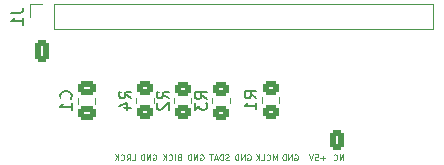
<source format=gbr>
%TF.GenerationSoftware,KiCad,Pcbnew,(6.0.1)*%
%TF.CreationDate,2022-07-02T18:05:27-07:00*%
%TF.ProjectId,mu100-dit-connector-board,6d753130-302d-4646-9974-2d636f6e6e65,rev?*%
%TF.SameCoordinates,Original*%
%TF.FileFunction,Legend,Bot*%
%TF.FilePolarity,Positive*%
%FSLAX46Y46*%
G04 Gerber Fmt 4.6, Leading zero omitted, Abs format (unit mm)*
G04 Created by KiCad (PCBNEW (6.0.1)) date 2022-07-02 18:05:27*
%MOMM*%
%LPD*%
G01*
G04 APERTURE LIST*
G04 Aperture macros list*
%AMRoundRect*
0 Rectangle with rounded corners*
0 $1 Rounding radius*
0 $2 $3 $4 $5 $6 $7 $8 $9 X,Y pos of 4 corners*
0 Add a 4 corners polygon primitive as box body*
4,1,4,$2,$3,$4,$5,$6,$7,$8,$9,$2,$3,0*
0 Add four circle primitives for the rounded corners*
1,1,$1+$1,$2,$3*
1,1,$1+$1,$4,$5*
1,1,$1+$1,$6,$7*
1,1,$1+$1,$8,$9*
0 Add four rect primitives between the rounded corners*
20,1,$1+$1,$2,$3,$4,$5,0*
20,1,$1+$1,$4,$5,$6,$7,0*
20,1,$1+$1,$6,$7,$8,$9,0*
20,1,$1+$1,$8,$9,$2,$3,0*%
G04 Aperture macros list end*
%ADD10C,0.125000*%
%ADD11C,0.150000*%
%ADD12C,0.120000*%
%ADD13RoundRect,0.250000X0.350000X0.625000X-0.350000X0.625000X-0.350000X-0.625000X0.350000X-0.625000X0*%
%ADD14O,1.200000X1.750000*%
%ADD15RoundRect,0.250000X-0.350000X-0.650000X0.350000X-0.650000X0.350000X0.650000X-0.350000X0.650000X0*%
%ADD16O,1.200000X1.800000*%
%ADD17RoundRect,0.250000X-0.450000X0.350000X-0.450000X-0.350000X0.450000X-0.350000X0.450000X0.350000X0*%
%ADD18R,1.350000X1.350000*%
%ADD19O,1.350000X1.350000*%
%ADD20RoundRect,0.250000X-0.475000X0.337500X-0.475000X-0.337500X0.475000X-0.337500X0.475000X0.337500X0*%
%ADD21C,0.800000*%
G04 APERTURE END LIST*
D10*
X89642857Y-69935714D02*
X89261904Y-69935714D01*
X89452380Y-70126190D02*
X89452380Y-69745238D01*
X88785714Y-69626190D02*
X89023809Y-69626190D01*
X89047619Y-69864285D01*
X89023809Y-69840476D01*
X88976190Y-69816666D01*
X88857142Y-69816666D01*
X88809523Y-69840476D01*
X88785714Y-69864285D01*
X88761904Y-69911904D01*
X88761904Y-70030952D01*
X88785714Y-70078571D01*
X88809523Y-70102380D01*
X88857142Y-70126190D01*
X88976190Y-70126190D01*
X89023809Y-70102380D01*
X89047619Y-70078571D01*
X88619047Y-69626190D02*
X88452380Y-70126190D01*
X88285714Y-69626190D01*
X87080952Y-69650000D02*
X87128571Y-69626190D01*
X87200000Y-69626190D01*
X87271428Y-69650000D01*
X87319047Y-69697619D01*
X87342857Y-69745238D01*
X87366666Y-69840476D01*
X87366666Y-69911904D01*
X87342857Y-70007142D01*
X87319047Y-70054761D01*
X87271428Y-70102380D01*
X87200000Y-70126190D01*
X87152380Y-70126190D01*
X87080952Y-70102380D01*
X87057142Y-70078571D01*
X87057142Y-69911904D01*
X87152380Y-69911904D01*
X86842857Y-70126190D02*
X86842857Y-69626190D01*
X86557142Y-70126190D01*
X86557142Y-69626190D01*
X86319047Y-70126190D02*
X86319047Y-69626190D01*
X86200000Y-69626190D01*
X86128571Y-69650000D01*
X86080952Y-69697619D01*
X86057142Y-69745238D01*
X86033333Y-69840476D01*
X86033333Y-69911904D01*
X86057142Y-70007142D01*
X86080952Y-70054761D01*
X86128571Y-70102380D01*
X86200000Y-70126190D01*
X86319047Y-70126190D01*
X75080952Y-69650000D02*
X75128571Y-69626190D01*
X75200000Y-69626190D01*
X75271428Y-69650000D01*
X75319047Y-69697619D01*
X75342857Y-69745238D01*
X75366666Y-69840476D01*
X75366666Y-69911904D01*
X75342857Y-70007142D01*
X75319047Y-70054761D01*
X75271428Y-70102380D01*
X75200000Y-70126190D01*
X75152380Y-70126190D01*
X75080952Y-70102380D01*
X75057142Y-70078571D01*
X75057142Y-69911904D01*
X75152380Y-69911904D01*
X74842857Y-70126190D02*
X74842857Y-69626190D01*
X74557142Y-70126190D01*
X74557142Y-69626190D01*
X74319047Y-70126190D02*
X74319047Y-69626190D01*
X74200000Y-69626190D01*
X74128571Y-69650000D01*
X74080952Y-69697619D01*
X74057142Y-69745238D01*
X74033333Y-69840476D01*
X74033333Y-69911904D01*
X74057142Y-70007142D01*
X74080952Y-70054761D01*
X74128571Y-70102380D01*
X74200000Y-70126190D01*
X74319047Y-70126190D01*
X73295238Y-70126190D02*
X73533333Y-70126190D01*
X73533333Y-69626190D01*
X72842857Y-70126190D02*
X73009523Y-69888095D01*
X73128571Y-70126190D02*
X73128571Y-69626190D01*
X72938095Y-69626190D01*
X72890476Y-69650000D01*
X72866666Y-69673809D01*
X72842857Y-69721428D01*
X72842857Y-69792857D01*
X72866666Y-69840476D01*
X72890476Y-69864285D01*
X72938095Y-69888095D01*
X73128571Y-69888095D01*
X72342857Y-70078571D02*
X72366666Y-70102380D01*
X72438095Y-70126190D01*
X72485714Y-70126190D01*
X72557142Y-70102380D01*
X72604761Y-70054761D01*
X72628571Y-70007142D01*
X72652380Y-69911904D01*
X72652380Y-69840476D01*
X72628571Y-69745238D01*
X72604761Y-69697619D01*
X72557142Y-69650000D01*
X72485714Y-69626190D01*
X72438095Y-69626190D01*
X72366666Y-69650000D01*
X72342857Y-69673809D01*
X72128571Y-70126190D02*
X72128571Y-69626190D01*
X71842857Y-70126190D02*
X72057142Y-69840476D01*
X71842857Y-69626190D02*
X72128571Y-69911904D01*
X79080952Y-69650000D02*
X79128571Y-69626190D01*
X79200000Y-69626190D01*
X79271428Y-69650000D01*
X79319047Y-69697619D01*
X79342857Y-69745238D01*
X79366666Y-69840476D01*
X79366666Y-69911904D01*
X79342857Y-70007142D01*
X79319047Y-70054761D01*
X79271428Y-70102380D01*
X79200000Y-70126190D01*
X79152380Y-70126190D01*
X79080952Y-70102380D01*
X79057142Y-70078571D01*
X79057142Y-69911904D01*
X79152380Y-69911904D01*
X78842857Y-70126190D02*
X78842857Y-69626190D01*
X78557142Y-70126190D01*
X78557142Y-69626190D01*
X78319047Y-70126190D02*
X78319047Y-69626190D01*
X78200000Y-69626190D01*
X78128571Y-69650000D01*
X78080952Y-69697619D01*
X78057142Y-69745238D01*
X78033333Y-69840476D01*
X78033333Y-69911904D01*
X78057142Y-70007142D01*
X78080952Y-70054761D01*
X78128571Y-70102380D01*
X78200000Y-70126190D01*
X78319047Y-70126190D01*
X85569047Y-70126190D02*
X85569047Y-69626190D01*
X85402380Y-69983333D01*
X85235714Y-69626190D01*
X85235714Y-70126190D01*
X84711904Y-70078571D02*
X84735714Y-70102380D01*
X84807142Y-70126190D01*
X84854761Y-70126190D01*
X84926190Y-70102380D01*
X84973809Y-70054761D01*
X84997619Y-70007142D01*
X85021428Y-69911904D01*
X85021428Y-69840476D01*
X84997619Y-69745238D01*
X84973809Y-69697619D01*
X84926190Y-69650000D01*
X84854761Y-69626190D01*
X84807142Y-69626190D01*
X84735714Y-69650000D01*
X84711904Y-69673809D01*
X84259523Y-70126190D02*
X84497619Y-70126190D01*
X84497619Y-69626190D01*
X84092857Y-70126190D02*
X84092857Y-69626190D01*
X83807142Y-70126190D02*
X84021428Y-69840476D01*
X83807142Y-69626190D02*
X84092857Y-69911904D01*
X81497619Y-70102380D02*
X81426190Y-70126190D01*
X81307142Y-70126190D01*
X81259523Y-70102380D01*
X81235714Y-70078571D01*
X81211904Y-70030952D01*
X81211904Y-69983333D01*
X81235714Y-69935714D01*
X81259523Y-69911904D01*
X81307142Y-69888095D01*
X81402380Y-69864285D01*
X81450000Y-69840476D01*
X81473809Y-69816666D01*
X81497619Y-69769047D01*
X81497619Y-69721428D01*
X81473809Y-69673809D01*
X81450000Y-69650000D01*
X81402380Y-69626190D01*
X81283333Y-69626190D01*
X81211904Y-69650000D01*
X80997619Y-70126190D02*
X80997619Y-69626190D01*
X80878571Y-69626190D01*
X80807142Y-69650000D01*
X80759523Y-69697619D01*
X80735714Y-69745238D01*
X80711904Y-69840476D01*
X80711904Y-69911904D01*
X80735714Y-70007142D01*
X80759523Y-70054761D01*
X80807142Y-70102380D01*
X80878571Y-70126190D01*
X80997619Y-70126190D01*
X80521428Y-69983333D02*
X80283333Y-69983333D01*
X80569047Y-70126190D02*
X80402380Y-69626190D01*
X80235714Y-70126190D01*
X80140476Y-69626190D02*
X79854761Y-69626190D01*
X79997619Y-70126190D02*
X79997619Y-69626190D01*
X83080952Y-69650000D02*
X83128571Y-69626190D01*
X83200000Y-69626190D01*
X83271428Y-69650000D01*
X83319047Y-69697619D01*
X83342857Y-69745238D01*
X83366666Y-69840476D01*
X83366666Y-69911904D01*
X83342857Y-70007142D01*
X83319047Y-70054761D01*
X83271428Y-70102380D01*
X83200000Y-70126190D01*
X83152380Y-70126190D01*
X83080952Y-70102380D01*
X83057142Y-70078571D01*
X83057142Y-69911904D01*
X83152380Y-69911904D01*
X82842857Y-70126190D02*
X82842857Y-69626190D01*
X82557142Y-70126190D01*
X82557142Y-69626190D01*
X82319047Y-70126190D02*
X82319047Y-69626190D01*
X82200000Y-69626190D01*
X82128571Y-69650000D01*
X82080952Y-69697619D01*
X82057142Y-69745238D01*
X82033333Y-69840476D01*
X82033333Y-69911904D01*
X82057142Y-70007142D01*
X82080952Y-70054761D01*
X82128571Y-70102380D01*
X82200000Y-70126190D01*
X82319047Y-70126190D01*
X91192857Y-70126190D02*
X91192857Y-69626190D01*
X90907142Y-70126190D01*
X90907142Y-69626190D01*
X90383333Y-70078571D02*
X90407142Y-70102380D01*
X90478571Y-70126190D01*
X90526190Y-70126190D01*
X90597619Y-70102380D01*
X90645238Y-70054761D01*
X90669047Y-70007142D01*
X90692857Y-69911904D01*
X90692857Y-69840476D01*
X90669047Y-69745238D01*
X90645238Y-69697619D01*
X90597619Y-69650000D01*
X90526190Y-69626190D01*
X90478571Y-69626190D01*
X90407142Y-69650000D01*
X90383333Y-69673809D01*
X77283333Y-69864285D02*
X77211904Y-69888095D01*
X77188095Y-69911904D01*
X77164285Y-69959523D01*
X77164285Y-70030952D01*
X77188095Y-70078571D01*
X77211904Y-70102380D01*
X77259523Y-70126190D01*
X77450000Y-70126190D01*
X77450000Y-69626190D01*
X77283333Y-69626190D01*
X77235714Y-69650000D01*
X77211904Y-69673809D01*
X77188095Y-69721428D01*
X77188095Y-69769047D01*
X77211904Y-69816666D01*
X77235714Y-69840476D01*
X77283333Y-69864285D01*
X77450000Y-69864285D01*
X76950000Y-70126190D02*
X76950000Y-69626190D01*
X76426190Y-70078571D02*
X76450000Y-70102380D01*
X76521428Y-70126190D01*
X76569047Y-70126190D01*
X76640476Y-70102380D01*
X76688095Y-70054761D01*
X76711904Y-70007142D01*
X76735714Y-69911904D01*
X76735714Y-69840476D01*
X76711904Y-69745238D01*
X76688095Y-69697619D01*
X76640476Y-69650000D01*
X76569047Y-69626190D01*
X76521428Y-69626190D01*
X76450000Y-69650000D01*
X76426190Y-69673809D01*
X76211904Y-70126190D02*
X76211904Y-69626190D01*
X75926190Y-70126190D02*
X76140476Y-69840476D01*
X75926190Y-69626190D02*
X76211904Y-69911904D01*
D11*
%TO.C,R1*%
X83842380Y-64857333D02*
X83366190Y-64524000D01*
X83842380Y-64285904D02*
X82842380Y-64285904D01*
X82842380Y-64666857D01*
X82890000Y-64762095D01*
X82937619Y-64809714D01*
X83032857Y-64857333D01*
X83175714Y-64857333D01*
X83270952Y-64809714D01*
X83318571Y-64762095D01*
X83366190Y-64666857D01*
X83366190Y-64285904D01*
X83842380Y-65809714D02*
X83842380Y-65238285D01*
X83842380Y-65524000D02*
X82842380Y-65524000D01*
X82985238Y-65428761D01*
X83080476Y-65333523D01*
X83128095Y-65238285D01*
%TO.C,J1*%
X63102380Y-57636666D02*
X63816666Y-57636666D01*
X63959523Y-57589047D01*
X64054761Y-57493809D01*
X64102380Y-57350952D01*
X64102380Y-57255714D01*
X64102380Y-58636666D02*
X64102380Y-58065238D01*
X64102380Y-58350952D02*
X63102380Y-58350952D01*
X63245238Y-58255714D01*
X63340476Y-58160476D01*
X63388095Y-58065238D01*
%TO.C,R3*%
X79632380Y-64917333D02*
X79156190Y-64584000D01*
X79632380Y-64345904D02*
X78632380Y-64345904D01*
X78632380Y-64726857D01*
X78680000Y-64822095D01*
X78727619Y-64869714D01*
X78822857Y-64917333D01*
X78965714Y-64917333D01*
X79060952Y-64869714D01*
X79108571Y-64822095D01*
X79156190Y-64726857D01*
X79156190Y-64345904D01*
X78632380Y-65250666D02*
X78632380Y-65869714D01*
X79013333Y-65536380D01*
X79013333Y-65679238D01*
X79060952Y-65774476D01*
X79108571Y-65822095D01*
X79203809Y-65869714D01*
X79441904Y-65869714D01*
X79537142Y-65822095D01*
X79584761Y-65774476D01*
X79632380Y-65679238D01*
X79632380Y-65393523D01*
X79584761Y-65298285D01*
X79537142Y-65250666D01*
%TO.C,C1*%
X68137142Y-64907333D02*
X68184761Y-64859714D01*
X68232380Y-64716857D01*
X68232380Y-64621619D01*
X68184761Y-64478761D01*
X68089523Y-64383523D01*
X67994285Y-64335904D01*
X67803809Y-64288285D01*
X67660952Y-64288285D01*
X67470476Y-64335904D01*
X67375238Y-64383523D01*
X67280000Y-64478761D01*
X67232380Y-64621619D01*
X67232380Y-64716857D01*
X67280000Y-64859714D01*
X67327619Y-64907333D01*
X68232380Y-65859714D02*
X68232380Y-65288285D01*
X68232380Y-65574000D02*
X67232380Y-65574000D01*
X67375238Y-65478761D01*
X67470476Y-65383523D01*
X67518095Y-65288285D01*
%TO.C,R2*%
X76412380Y-64887333D02*
X75936190Y-64554000D01*
X76412380Y-64315904D02*
X75412380Y-64315904D01*
X75412380Y-64696857D01*
X75460000Y-64792095D01*
X75507619Y-64839714D01*
X75602857Y-64887333D01*
X75745714Y-64887333D01*
X75840952Y-64839714D01*
X75888571Y-64792095D01*
X75936190Y-64696857D01*
X75936190Y-64315904D01*
X75507619Y-65268285D02*
X75460000Y-65315904D01*
X75412380Y-65411142D01*
X75412380Y-65649238D01*
X75460000Y-65744476D01*
X75507619Y-65792095D01*
X75602857Y-65839714D01*
X75698095Y-65839714D01*
X75840952Y-65792095D01*
X76412380Y-65220666D01*
X76412380Y-65839714D01*
%TO.C,R4*%
X73222380Y-64877333D02*
X72746190Y-64544000D01*
X73222380Y-64305904D02*
X72222380Y-64305904D01*
X72222380Y-64686857D01*
X72270000Y-64782095D01*
X72317619Y-64829714D01*
X72412857Y-64877333D01*
X72555714Y-64877333D01*
X72650952Y-64829714D01*
X72698571Y-64782095D01*
X72746190Y-64686857D01*
X72746190Y-64305904D01*
X72555714Y-65734476D02*
X73222380Y-65734476D01*
X72174761Y-65496380D02*
X72889047Y-65258285D01*
X72889047Y-65877333D01*
D12*
%TO.C,R1*%
X85775000Y-64796936D02*
X85775000Y-65251064D01*
X84305000Y-64796936D02*
X84305000Y-65251064D01*
%TO.C,J1*%
X66710000Y-59030000D02*
X98770000Y-59030000D01*
X65710000Y-56910000D02*
X64650000Y-56910000D01*
X66710000Y-56910000D02*
X98770000Y-56910000D01*
X98770000Y-56910000D02*
X98770000Y-59030000D01*
X64650000Y-56910000D02*
X64650000Y-57970000D01*
X66710000Y-56910000D02*
X66710000Y-59030000D01*
%TO.C,R3*%
X81565000Y-64856936D02*
X81565000Y-65311064D01*
X80095000Y-64856936D02*
X80095000Y-65311064D01*
%TO.C,C1*%
X68725000Y-64812748D02*
X68725000Y-65335252D01*
X70195000Y-64812748D02*
X70195000Y-65335252D01*
%TO.C,R2*%
X76875000Y-64826936D02*
X76875000Y-65281064D01*
X78345000Y-64826936D02*
X78345000Y-65281064D01*
%TO.C,R4*%
X73685000Y-64816936D02*
X73685000Y-65271064D01*
X75155000Y-64816936D02*
X75155000Y-65271064D01*
%TD*%
%LPC*%
D13*
%TO.C,J3*%
X90700000Y-68440000D03*
D14*
X88700000Y-68440000D03*
X86700000Y-68440000D03*
X84700000Y-68440000D03*
X82700000Y-68440000D03*
X80700000Y-68440000D03*
X78700000Y-68440000D03*
X76700000Y-68440000D03*
X74700000Y-68440000D03*
X72700000Y-68440000D03*
%TD*%
D15*
%TO.C,J2*%
X65710000Y-60830000D03*
D16*
X67710000Y-60830000D03*
X69710000Y-60830000D03*
X71710000Y-60830000D03*
X73710000Y-60830000D03*
X75710000Y-60830000D03*
X77710000Y-60830000D03*
X79710000Y-60830000D03*
X81710000Y-60830000D03*
X83710000Y-60830000D03*
X85710000Y-60830000D03*
X87710000Y-60830000D03*
X89710000Y-60830000D03*
X91710000Y-60830000D03*
X93710000Y-60830000D03*
X95710000Y-60830000D03*
X97710000Y-60830000D03*
%TD*%
D17*
%TO.C,R1*%
X85040000Y-64024000D03*
X85040000Y-66024000D03*
%TD*%
D18*
%TO.C,J1*%
X65710000Y-57970000D03*
D19*
X67710000Y-57970000D03*
X69710000Y-57970000D03*
X71710000Y-57970000D03*
X73710000Y-57970000D03*
X75710000Y-57970000D03*
X77710000Y-57970000D03*
X79710000Y-57970000D03*
X81710000Y-57970000D03*
X83710000Y-57970000D03*
X85710000Y-57970000D03*
X87710000Y-57970000D03*
X89710000Y-57970000D03*
X91710000Y-57970000D03*
X93710000Y-57970000D03*
X95710000Y-57970000D03*
X97710000Y-57970000D03*
%TD*%
D17*
%TO.C,R3*%
X80830000Y-64084000D03*
X80830000Y-66084000D03*
%TD*%
D20*
%TO.C,C1*%
X69460000Y-64036500D03*
X69460000Y-66111500D03*
%TD*%
D17*
%TO.C,R2*%
X77610000Y-64054000D03*
X77610000Y-66054000D03*
%TD*%
%TO.C,R4*%
X74420000Y-64044000D03*
X74420000Y-66044000D03*
%TD*%
D21*
X71270000Y-66050000D03*
X67620000Y-65030000D03*
X72530000Y-64020000D03*
X71628000Y-62738000D03*
X72380000Y-66070000D03*
X66520000Y-63980000D03*
X71590000Y-64000000D03*
X75800000Y-64000000D03*
X82200000Y-64000000D03*
M02*

</source>
